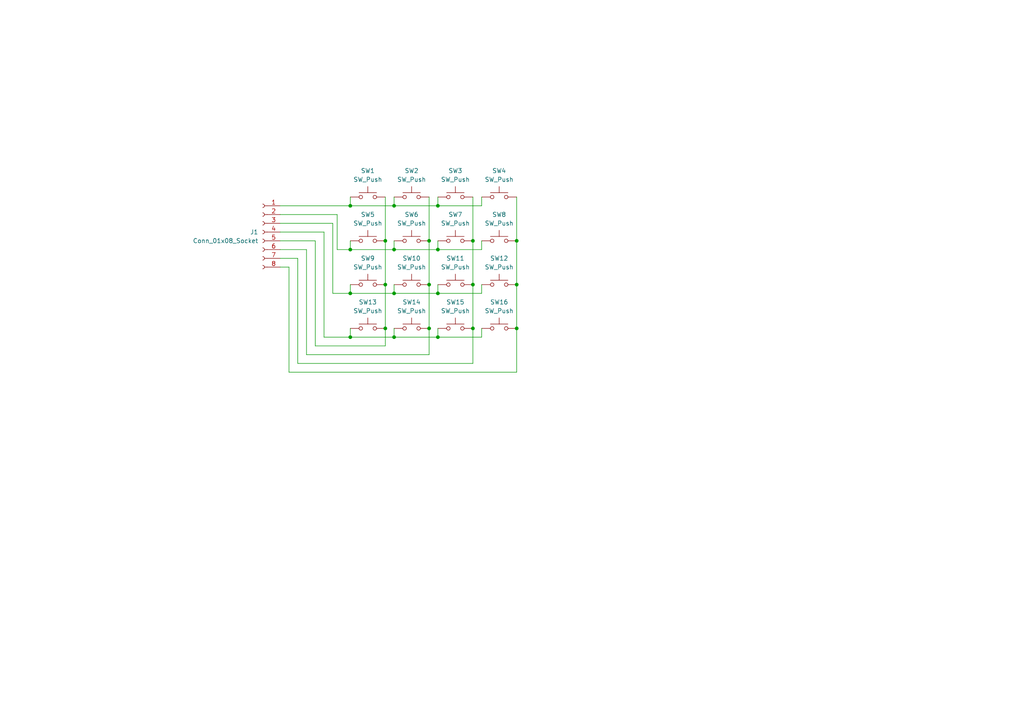
<source format=kicad_sch>
(kicad_sch (version 20250114) (generator "eeschema") (generator_version "9.0")
  (paper "A4")
  (lib_symbols
    (symbol "Connector:Conn_01x08_Socket" (pin_names (offset 1.016) (hide yes))
      (property "Reference" "J" (at 0 10.16 0))
      (property "Value" "Conn_01x08_Socket" (at 0 -12.7 0))
      (symbol "Conn_01x08_Socket_1_1"
        (polyline (pts (xy -1.27 7.62) (xy -0.508 7.62)) (stroke (width 0.1524)))
        (polyline (pts (xy -1.27 5.08) (xy -0.508 5.08)) (stroke (width 0.1524)))
        (polyline (pts (xy -1.27 2.54) (xy -0.508 2.54)) (stroke (width 0.1524)))
        (polyline (pts (xy -1.27 0) (xy -0.508 0)) (stroke (width 0.1524)))
        (polyline (pts (xy -1.27 -2.54) (xy -0.508 -2.54)) (stroke (width 0.1524)))
        (polyline (pts (xy -1.27 -5.08) (xy -0.508 -5.08)) (stroke (width 0.1524)))
        (polyline (pts (xy -1.27 -7.62) (xy -0.508 -7.62)) (stroke (width 0.1524)))
        (polyline (pts (xy -1.27 -10.16) (xy -0.508 -10.16)) (stroke (width 0.1524)))
        (arc (start 0 7.112) (mid -0.5058 7.62) (end 0 8.128) (stroke (width 0.1524)))
        (arc (start 0 4.572) (mid -0.5058 5.08) (end 0 5.588) (stroke (width 0.1524)))
        (arc (start 0 2.032) (mid -0.5058 2.54) (end 0 3.048) (stroke (width 0.1524)))
        (arc (start 0 -0.508) (mid -0.5058 0) (end 0 0.508) (stroke (width 0.1524)))
        (arc (start 0 -3.048) (mid -0.5058 -2.54) (end 0 -2.032) (stroke (width 0.1524)))
        (arc (start 0 -5.588) (mid -0.5058 -5.08) (end 0 -4.572) (stroke (width 0.1524)))
        (arc (start 0 -8.128) (mid -0.5058 -7.62) (end 0 -7.112) (stroke (width 0.1524)))
        (arc (start 0 -10.668) (mid -0.5058 -10.16) (end 0 -9.652) (stroke (width 0.1524)))
        (pin passive line (at -5.08 7.62 0) (length 3.81) (name "Pin_1") (number "1"))
        (pin passive line (at -5.08 5.08 0) (length 3.81) (name "Pin_2") (number "2"))
        (pin passive line (at -5.08 2.54 0) (length 3.81) (name "Pin_3") (number "3"))
        (pin passive line (at -5.08 0 0) (length 3.81) (name "Pin_4") (number "4"))
        (pin passive line (at -5.08 -2.54 0) (length 3.81) (name "Pin_5") (number "5"))
        (pin passive line (at -5.08 -5.08 0) (length 3.81) (name "Pin_6") (number "6"))
        (pin passive line (at -5.08 -7.62 0) (length 3.81) (name "Pin_7") (number "7"))
        (pin passive line (at -5.08 -10.16 0) (length 3.81) (name "Pin_8") (number "8"))
      )
    )
    (symbol "Switch:SW_Push" (pin_numbers (hide yes)) (pin_names (offset 1.016) (hide yes))
      (property "Reference" "SW" (at 1.27 2.54 0))
      (property "Value" "SW_Push" (at 0 -1.524 0))
      (symbol "SW_Push_0_1"
        (circle (center -2.032 0) (radius 0.508))
        (polyline (pts (xy 0 1.27) (xy 0 3.048)))
        (circle (center 2.032 0) (radius 0.508))
        (polyline (pts (xy 2.54 1.27) (xy -2.54 1.27)))
        (pin passive line (at -5.08 0 0) (length 2.54) (name "1") (number "1"))
        (pin passive line (at 5.08 0 180) (length 2.54) (name "2") (number "2"))
      )
    )
  )
  (junction (at 101.6 59.69))
  (junction (at 111.76 69.85))
  (junction (at 149.86 95.25))
  (junction (at 111.76 95.25))
  (junction (at 114.3 97.79))
  (junction (at 149.86 69.85))
  (junction (at 137.16 69.85))
  (junction (at 101.6 97.79))
  (junction (at 127 85.09))
  (junction (at 137.16 82.55))
  (junction (at 114.3 72.39))
  (junction (at 127 97.79))
  (junction (at 149.86 82.55))
  (junction (at 111.76 82.55))
  (junction (at 114.3 59.69))
  (junction (at 124.46 69.85))
  (junction (at 137.16 95.25))
  (junction (at 127 59.69))
  (junction (at 124.46 95.25))
  (junction (at 127 72.39))
  (junction (at 124.46 82.55))
  (junction (at 101.6 85.09))
  (junction (at 114.3 85.09))
  (junction (at 101.6 72.39))
  (wire (pts (xy 88.9 72.39) (xy 81.28 72.39)))
  (wire (pts (xy 83.82 107.95) (xy 83.82 77.47)))
  (wire (pts (xy 111.76 69.85) (xy 111.76 82.55)))
  (wire (pts (xy 127 72.39) (xy 127 69.85)))
  (wire (pts (xy 114.3 59.69) (xy 127 59.69)))
  (wire (pts (xy 96.52 85.09) (xy 96.52 64.77)))
  (wire (pts (xy 149.86 82.55) (xy 149.86 95.25)))
  (wire (pts (xy 114.3 72.39) (xy 114.3 69.85)))
  (wire (pts (xy 114.3 95.25) (xy 114.3 97.79)))
  (wire (pts (xy 114.3 57.15) (xy 114.3 59.69)))
  (wire (pts (xy 124.46 82.55) (xy 124.46 95.25)))
  (wire (pts (xy 97.79 72.39) (xy 97.79 62.23)))
  (wire (pts (xy 101.6 95.25) (xy 101.6 97.79)))
  (wire (pts (xy 101.6 85.09) (xy 96.52 85.09)))
  (wire (pts (xy 124.46 69.85) (xy 124.46 82.55)))
  (wire (pts (xy 81.28 64.77) (xy 96.52 64.77)))
  (wire (pts (xy 124.46 102.87) (xy 88.9 102.87)))
  (wire (pts (xy 101.6 69.85) (xy 101.6 72.39)))
  (wire (pts (xy 127 82.55) (xy 127 85.09)))
  (wire (pts (xy 93.98 67.31) (xy 81.28 67.31)))
  (wire (pts (xy 124.46 57.15) (xy 124.46 69.85)))
  (wire (pts (xy 101.6 85.09) (xy 114.3 85.09)))
  (wire (pts (xy 83.82 77.47) (xy 81.28 77.47)))
  (wire (pts (xy 101.6 57.15) (xy 101.6 59.69)))
  (wire (pts (xy 149.86 107.95) (xy 83.82 107.95)))
  (wire (pts (xy 137.16 57.15) (xy 137.16 69.85)))
  (wire (pts (xy 124.46 95.25) (xy 124.46 102.87)))
  (wire (pts (xy 101.6 82.55) (xy 101.6 85.09)))
  (wire (pts (xy 93.98 97.79) (xy 93.98 67.31)))
  (wire (pts (xy 111.76 95.25) (xy 111.76 100.33)))
  (wire (pts (xy 137.16 69.85) (xy 137.16 82.55)))
  (wire (pts (xy 114.3 59.69) (xy 101.6 59.69)))
  (wire (pts (xy 139.7 72.39) (xy 139.7 69.85)))
  (wire (pts (xy 149.86 95.25) (xy 149.86 107.95)))
  (wire (pts (xy 101.6 72.39) (xy 114.3 72.39)))
  (wire (pts (xy 114.3 85.09) (xy 127 85.09)))
  (wire (pts (xy 91.44 100.33) (xy 91.44 69.85)))
  (wire (pts (xy 137.16 105.41) (xy 86.36 105.41)))
  (wire (pts (xy 86.36 105.41) (xy 86.36 74.93)))
  (wire (pts (xy 149.86 57.15) (xy 149.86 69.85)))
  (wire (pts (xy 101.6 97.79) (xy 114.3 97.79)))
  (wire (pts (xy 127 57.15) (xy 127 59.69)))
  (wire (pts (xy 139.7 59.69) (xy 139.7 57.15)))
  (wire (pts (xy 101.6 97.79) (xy 93.98 97.79)))
  (wire (pts (xy 114.3 97.79) (xy 127 97.79)))
  (wire (pts (xy 111.76 82.55) (xy 111.76 95.25)))
  (wire (pts (xy 127 97.79) (xy 127 95.25)))
  (wire (pts (xy 139.7 82.55) (xy 139.7 85.09)))
  (wire (pts (xy 101.6 72.39) (xy 97.79 72.39)))
  (wire (pts (xy 137.16 95.25) (xy 137.16 105.41)))
  (wire (pts (xy 86.36 74.93) (xy 81.28 74.93)))
  (wire (pts (xy 137.16 82.55) (xy 137.16 95.25)))
  (wire (pts (xy 127 59.69) (xy 139.7 59.69)))
  (wire (pts (xy 139.7 97.79) (xy 139.7 95.25)))
  (wire (pts (xy 127 85.09) (xy 139.7 85.09)))
  (wire (pts (xy 127 97.79) (xy 139.7 97.79)))
  (wire (pts (xy 114.3 82.55) (xy 114.3 85.09)))
  (wire (pts (xy 81.28 62.23) (xy 97.79 62.23)))
  (wire (pts (xy 88.9 102.87) (xy 88.9 72.39)))
  (wire (pts (xy 149.86 69.85) (xy 149.86 82.55)))
  (wire (pts (xy 127 72.39) (xy 139.7 72.39)))
  (wire (pts (xy 114.3 72.39) (xy 127 72.39)))
  (wire (pts (xy 111.76 100.33) (xy 91.44 100.33)))
  (wire (pts (xy 111.76 57.15) (xy 111.76 69.85)))
  (wire (pts (xy 91.44 69.85) (xy 81.28 69.85)))
  (wire (pts (xy 81.28 59.69) (xy 101.6 59.69)))
  (symbol (lib_id "Connector:Conn_01x08_Socket") (at 76.2 67.31 0) (mirror y) (unit 1)
    (property "Reference" "J1" (at 74.93 67.3099 0) (effects (justify left)))
    (property "Value" "Conn_01x08_Socket" (at 74.93 69.8499 0) (effects (justify left)))
    (property "Footprint" "Connector_PinSocket_2.54mm:PinSocket_1x08_P2.54mm_Vertical" (effects (hide yes)))
    (property "Description" "Generic connector, single row, 01x08, script generated" (effects (hide yes)))
  )
  (symbol (lib_id "Switch:SW_Push") (at 132.08 69.85 0) (unit 1)
    (property "Reference" "SW7" (at 132.08 62.23 0))
    (property "Value" "SW_Push" (at 132.08 64.77 0))
    (property "Footprint" "Button_Switch_Keyboard:SW_Cherry_MX_1.00u_PCB" (effects (hide yes)))
    (property "Description" "Push button switch, generic, two pins" (effects (hide yes)))
  )
  (symbol (lib_id "Switch:SW_Push") (at 106.68 69.85 0) (unit 1)
    (property "Reference" "SW5" (at 106.68 62.23 0))
    (property "Value" "SW_Push" (at 106.68 64.77 0))
    (property "Footprint" "Button_Switch_Keyboard:SW_Cherry_MX_1.00u_PCB" (effects (hide yes)))
    (property "Description" "Push button switch, generic, two pins" (effects (hide yes)))
  )
  (symbol (lib_id "Switch:SW_Push") (at 119.38 57.15 0) (unit 1)
    (property "Reference" "SW2" (at 119.38 49.53 0))
    (property "Value" "SW_Push" (at 119.38 52.07 0))
    (property "Footprint" "Button_Switch_Keyboard:SW_Cherry_MX_1.00u_PCB" (effects (hide yes)))
    (property "Description" "Push button switch, generic, two pins" (effects (hide yes)))
  )
  (symbol (lib_id "Switch:SW_Push") (at 132.08 95.25 0) (unit 1)
    (property "Reference" "SW15" (at 132.08 87.63 0))
    (property "Value" "SW_Push" (at 132.08 90.17 0))
    (property "Footprint" "Button_Switch_Keyboard:SW_Cherry_MX_1.00u_PCB" (effects (hide yes)))
    (property "Description" "Push button switch, generic, two pins" (effects (hide yes)))
  )
  (symbol (lib_id "Switch:SW_Push") (at 132.08 82.55 0) (unit 1)
    (property "Reference" "SW11" (at 132.08 74.93 0))
    (property "Value" "SW_Push" (at 132.08 77.47 0))
    (property "Footprint" "Button_Switch_Keyboard:SW_Cherry_MX_1.00u_PCB" (effects (hide yes)))
    (property "Description" "Push button switch, generic, two pins" (effects (hide yes)))
  )
  (symbol (lib_id "Switch:SW_Push") (at 119.38 95.25 0) (unit 1)
    (property "Reference" "SW14" (at 119.38 87.63 0))
    (property "Value" "SW_Push" (at 119.38 90.17 0))
    (property "Footprint" "Button_Switch_Keyboard:SW_Cherry_MX_1.00u_PCB" (effects (hide yes)))
    (property "Description" "Push button switch, generic, two pins" (effects (hide yes)))
  )
  (symbol (lib_id "Switch:SW_Push") (at 119.38 82.55 0) (unit 1)
    (property "Reference" "SW10" (at 119.38 74.93 0))
    (property "Value" "SW_Push" (at 119.38 77.47 0))
    (property "Footprint" "Button_Switch_Keyboard:SW_Cherry_MX_1.00u_PCB" (effects (hide yes)))
    (property "Description" "Push button switch, generic, two pins" (effects (hide yes)))
  )
  (symbol (lib_id "Switch:SW_Push") (at 144.78 82.55 0) (unit 1)
    (property "Reference" "SW12" (at 144.78 74.93 0))
    (property "Value" "SW_Push" (at 144.78 77.47 0))
    (property "Footprint" "Button_Switch_Keyboard:SW_Cherry_MX_1.00u_PCB" (effects (hide yes)))
    (property "Description" "Push button switch, generic, two pins" (effects (hide yes)))
  )
  (symbol (lib_id "Switch:SW_Push") (at 144.78 57.15 0) (unit 1)
    (property "Reference" "SW4" (at 144.78 49.53 0))
    (property "Value" "SW_Push" (at 144.78 52.07 0))
    (property "Footprint" "Button_Switch_Keyboard:SW_Cherry_MX_1.00u_PCB" (effects (hide yes)))
    (property "Description" "Push button switch, generic, two pins" (effects (hide yes)))
  )
  (symbol (lib_id "Switch:SW_Push") (at 132.08 57.15 0) (unit 1)
    (property "Reference" "SW3" (at 132.08 49.53 0))
    (property "Value" "SW_Push" (at 132.08 52.07 0))
    (property "Footprint" "Button_Switch_Keyboard:SW_Cherry_MX_1.00u_PCB" (effects (hide yes)))
    (property "Description" "Push button switch, generic, two pins" (effects (hide yes)))
  )
  (symbol (lib_id "Switch:SW_Push") (at 119.38 69.85 0) (unit 1)
    (property "Reference" "SW6" (at 119.38 62.23 0))
    (property "Value" "SW_Push" (at 119.38 64.77 0))
    (property "Footprint" "Button_Switch_Keyboard:SW_Cherry_MX_1.00u_PCB" (effects (hide yes)))
    (property "Description" "Push button switch, generic, two pins" (effects (hide yes)))
  )
  (symbol (lib_id "Switch:SW_Push") (at 144.78 95.25 0) (unit 1)
    (property "Reference" "SW16" (at 144.78 87.63 0))
    (property "Value" "SW_Push" (at 144.78 90.17 0))
    (property "Footprint" "Button_Switch_Keyboard:SW_Cherry_MX_1.00u_PCB" (effects (hide yes)))
    (property "Description" "Push button switch, generic, two pins" (effects (hide yes)))
  )
  (symbol (lib_id "Switch:SW_Push") (at 144.78 69.85 0) (unit 1)
    (property "Reference" "SW8" (at 144.78 62.23 0))
    (property "Value" "SW_Push" (at 144.78 64.77 0))
    (property "Footprint" "Button_Switch_Keyboard:SW_Cherry_MX_1.00u_PCB" (effects (hide yes)))
    (property "Description" "Push button switch, generic, two pins" (effects (hide yes)))
  )
  (symbol (lib_id "Switch:SW_Push") (at 106.68 95.25 0) (unit 1)
    (property "Reference" "SW13" (at 106.68 87.63 0))
    (property "Value" "SW_Push" (at 106.68 90.17 0))
    (property "Footprint" "Button_Switch_Keyboard:SW_Cherry_MX_1.00u_PCB" (effects (hide yes)))
    (property "Description" "Push button switch, generic, two pins" (effects (hide yes)))
  )
  (symbol (lib_id "Switch:SW_Push") (at 106.68 82.55 0) (unit 1)
    (property "Reference" "SW9" (at 106.68 74.93 0))
    (property "Value" "SW_Push" (at 106.68 77.47 0))
    (property "Footprint" "Button_Switch_Keyboard:SW_Cherry_MX_1.00u_PCB" (effects (hide yes)))
    (property "Description" "Push button switch, generic, two pins" (effects (hide yes)))
  )
  (symbol (lib_id "Switch:SW_Push") (at 106.68 57.15 0) (unit 1)
    (property "Reference" "SW1" (at 106.68 49.53 0))
    (property "Value" "SW_Push" (at 106.68 52.07 0))
    (property "Footprint" "Button_Switch_Keyboard:SW_Cherry_MX_1.00u_PCB" (effects (hide yes)))
    (property "Description" "Push button switch, generic, two pins" (effects (hide yes)))
  )
)
</source>
